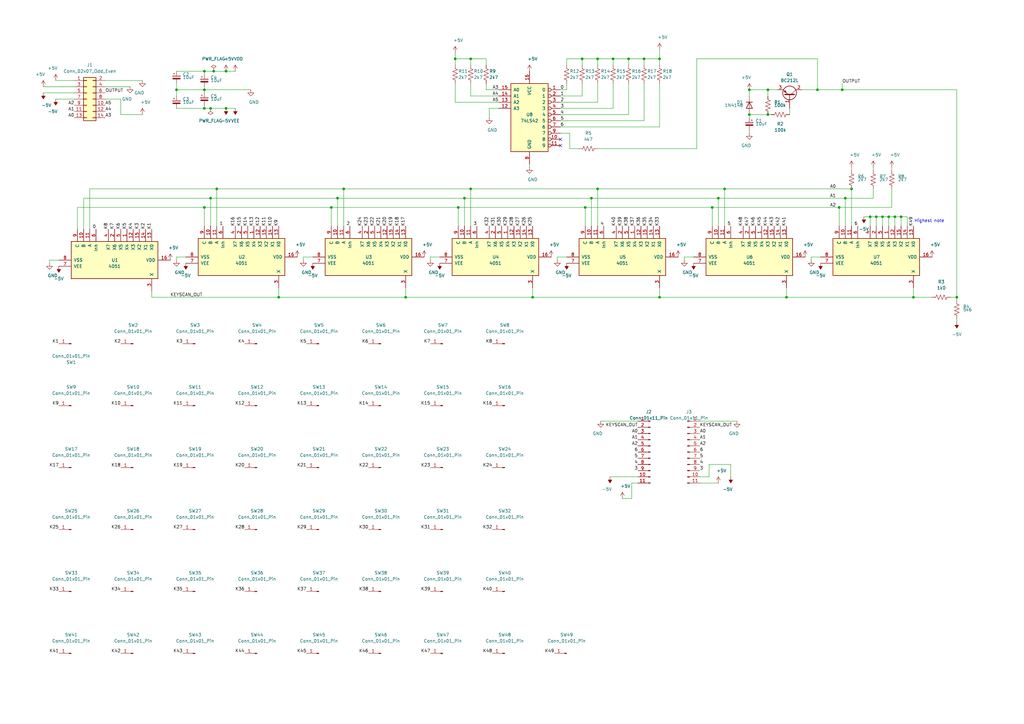
<source format=kicad_sch>
(kicad_sch (version 20230121) (generator eeschema)
  (paper "A3")
  (junction (at 314.96 36.83))
  (junction (at 193.04 24.13))
  (junction (at 83.82 85.09))
  (junction (at 245.11 24.13))
  (junction (at 72.39 36.83))
  (junction (at 392.43 121.92))
  (junction (at 187.96 85.09))
  (junction (at 335.28 36.83))
  (junction (at 138.43 81.28))
  (junction (at 349.25 77.47))
  (junction (at 257.81 24.13))
  (junction (at 364.49 88.9))
  (junction (at 92.71 29.21))
  (junction (at 83.82 29.21))
  (junction (at 186.69 24.13))
  (junction (at 114.3 121.92))
  (junction (at 83.82 44.45))
  (junction (at 86.36 44.45))
  (junction (at 346.71 81.28))
  (junction (at 307.34 36.83))
  (junction (at 190.5 81.28))
  (junction (at 322.58 121.92))
  (junction (at 314.96 46.99))
  (junction (at 367.03 88.9))
  (junction (at 83.82 36.83))
  (junction (at 238.76 24.13))
  (junction (at 307.34 46.99))
  (junction (at 242.57 81.28))
  (junction (at 344.17 85.09))
  (junction (at 218.44 121.92))
  (junction (at 369.57 88.9))
  (junction (at 356.87 88.9))
  (junction (at 140.97 77.47))
  (junction (at 264.16 24.13))
  (junction (at 270.51 121.92))
  (junction (at 245.11 77.47))
  (junction (at 292.1 85.09))
  (junction (at 135.89 85.09))
  (junction (at 270.51 24.13))
  (junction (at 87.63 29.21))
  (junction (at 361.95 88.9))
  (junction (at 359.41 88.9))
  (junction (at 92.71 44.45))
  (junction (at 345.44 36.83))
  (junction (at 297.18 77.47))
  (junction (at 86.36 81.28))
  (junction (at 193.04 77.47))
  (junction (at 294.64 81.28))
  (junction (at 88.9 77.47))
  (junction (at 240.03 85.09))
  (junction (at 251.46 24.13))
  (junction (at 374.65 121.92))
  (junction (at 166.37 121.92))
  (no_connect (at 229.87 59.69))
  (no_connect (at 229.87 57.15))
  (wire (pts (xy 229.87 36.83) (xy 232.41 36.83)))
  (wire (pts (xy 86.36 44.45) (xy 83.82 44.45)))
  (wire (pts (xy 200.66 44.45) (xy 200.66 48.26)))
  (wire (pts (xy 346.71 81.28) (xy 346.71 92.71)))
  (wire (pts (xy 245.11 77.47) (xy 193.04 77.47)))
  (wire (pts (xy 62.23 121.92) (xy 114.3 121.92)))
  (wire (pts (xy 257.81 24.13) (xy 264.16 24.13)))
  (wire (pts (xy 232.41 24.13) (xy 238.76 24.13)))
  (wire (pts (xy 34.29 81.28) (xy 86.36 81.28)))
  (wire (pts (xy 36.83 77.47) (xy 36.83 93.98)))
  (wire (pts (xy 365.76 77.47) (xy 365.76 85.09)))
  (wire (pts (xy 358.14 68.58) (xy 358.14 69.85)))
  (wire (pts (xy 290.83 190.5) (xy 299.72 190.5)))
  (wire (pts (xy 264.16 34.29) (xy 264.16 49.53)))
  (wire (pts (xy 138.43 81.28) (xy 138.43 92.71)))
  (wire (pts (xy 251.46 34.29) (xy 251.46 44.45)))
  (wire (pts (xy 270.51 20.32) (xy 270.51 24.13)))
  (wire (pts (xy 372.11 92.71) (xy 372.11 88.9)))
  (wire (pts (xy 335.28 24.13) (xy 335.28 36.83)))
  (wire (pts (xy 364.49 92.71) (xy 364.49 88.9)))
  (wire (pts (xy 86.36 81.28) (xy 138.43 81.28)))
  (wire (pts (xy 43.18 33.02) (xy 58.42 33.02)))
  (wire (pts (xy 49.53 46.99) (xy 58.42 46.99)))
  (wire (pts (xy 204.47 36.83) (xy 199.39 36.83)))
  (wire (pts (xy 270.51 121.92) (xy 322.58 121.92)))
  (wire (pts (xy 356.87 88.9) (xy 359.41 88.9)))
  (wire (pts (xy 251.46 24.13) (xy 257.81 24.13)))
  (wire (pts (xy 251.46 44.45) (xy 229.87 44.45)))
  (wire (pts (xy 72.39 106.68) (xy 72.39 105.41)))
  (wire (pts (xy 217.17 68.58) (xy 217.17 67.31)))
  (wire (pts (xy 242.57 81.28) (xy 294.64 81.28)))
  (wire (pts (xy 292.1 85.09) (xy 344.17 85.09)))
  (wire (pts (xy 365.76 68.58) (xy 365.76 69.85)))
  (wire (pts (xy 83.82 85.09) (xy 135.89 85.09)))
  (wire (pts (xy 318.77 36.83) (xy 314.96 36.83)))
  (wire (pts (xy 72.39 105.41) (xy 76.2 105.41)))
  (wire (pts (xy 135.89 85.09) (xy 187.96 85.09)))
  (wire (pts (xy 186.69 41.91) (xy 186.69 34.29)))
  (wire (pts (xy 392.43 123.19) (xy 392.43 121.92)))
  (wire (pts (xy 87.63 29.21) (xy 83.82 29.21)))
  (wire (pts (xy 307.34 54.61) (xy 307.34 53.34)))
  (wire (pts (xy 83.82 29.21) (xy 72.39 29.21)))
  (wire (pts (xy 374.65 121.92) (xy 374.65 118.11)))
  (wire (pts (xy 264.16 24.13) (xy 270.51 24.13)))
  (wire (pts (xy 238.76 39.37) (xy 229.87 39.37)))
  (wire (pts (xy 124.46 105.41) (xy 128.27 105.41)))
  (wire (pts (xy 43.18 40.64) (xy 49.53 40.64)))
  (wire (pts (xy 345.44 34.29) (xy 345.44 36.83)))
  (wire (pts (xy 83.82 35.56) (xy 83.82 36.83)))
  (wire (pts (xy 356.87 88.9) (xy 354.33 88.9)))
  (wire (pts (xy 251.46 26.67) (xy 251.46 24.13)))
  (wire (pts (xy 72.39 34.29) (xy 72.39 36.83)))
  (wire (pts (xy 31.75 93.98) (xy 31.75 85.09)))
  (wire (pts (xy 257.81 46.99) (xy 257.81 34.29)))
  (wire (pts (xy 193.04 26.67) (xy 193.04 24.13)))
  (wire (pts (xy 245.11 60.96) (xy 285.75 60.96)))
  (wire (pts (xy 307.34 48.26) (xy 307.34 46.99)))
  (wire (pts (xy 138.43 81.28) (xy 190.5 81.28)))
  (wire (pts (xy 285.75 24.13) (xy 285.75 60.96)))
  (wire (pts (xy 367.03 92.71) (xy 367.03 88.9)))
  (wire (pts (xy 365.76 85.09) (xy 344.17 85.09)))
  (wire (pts (xy 245.11 77.47) (xy 245.11 92.71)))
  (wire (pts (xy 218.44 121.92) (xy 270.51 121.92)))
  (wire (pts (xy 257.81 26.67) (xy 257.81 24.13)))
  (wire (pts (xy 246.38 172.72) (xy 261.62 172.72)))
  (wire (pts (xy 228.6 105.41) (xy 232.41 105.41)))
  (wire (pts (xy 17.78 38.1) (xy 30.48 38.1)))
  (wire (pts (xy 49.53 40.64) (xy 49.53 46.99)))
  (wire (pts (xy 280.67 106.68) (xy 280.67 105.41)))
  (wire (pts (xy 346.71 81.28) (xy 358.14 81.28)))
  (wire (pts (xy 190.5 81.28) (xy 190.5 92.71)))
  (wire (pts (xy 285.75 24.13) (xy 335.28 24.13)))
  (wire (pts (xy 359.41 92.71) (xy 359.41 88.9)))
  (wire (pts (xy 83.82 36.83) (xy 83.82 38.1)))
  (wire (pts (xy 316.23 46.99) (xy 314.96 46.99)))
  (wire (pts (xy 242.57 81.28) (xy 242.57 92.71)))
  (wire (pts (xy 367.03 88.9) (xy 369.57 88.9)))
  (wire (pts (xy 314.96 39.37) (xy 314.96 36.83)))
  (wire (pts (xy 356.87 92.71) (xy 356.87 88.9)))
  (wire (pts (xy 190.5 81.28) (xy 242.57 81.28)))
  (wire (pts (xy 344.17 85.09) (xy 344.17 92.71)))
  (wire (pts (xy 240.03 85.09) (xy 240.03 92.71)))
  (wire (pts (xy 369.57 88.9) (xy 372.11 88.9)))
  (wire (pts (xy 176.53 106.68) (xy 176.53 105.41)))
  (wire (pts (xy 176.53 105.41) (xy 180.34 105.41)))
  (wire (pts (xy 34.29 93.98) (xy 34.29 81.28)))
  (wire (pts (xy 62.23 119.38) (xy 62.23 121.92)))
  (wire (pts (xy 238.76 24.13) (xy 245.11 24.13)))
  (wire (pts (xy 287.02 172.72) (xy 302.26 172.72)))
  (wire (pts (xy 237.49 60.96) (xy 233.68 60.96)))
  (wire (pts (xy 233.68 54.61) (xy 229.87 54.61)))
  (wire (pts (xy 349.25 77.47) (xy 297.18 77.47)))
  (wire (pts (xy 359.41 88.9) (xy 361.95 88.9)))
  (wire (pts (xy 140.97 77.47) (xy 88.9 77.47)))
  (wire (pts (xy 238.76 34.29) (xy 238.76 39.37)))
  (wire (pts (xy 287.02 198.12) (xy 294.64 198.12)))
  (wire (pts (xy 193.04 77.47) (xy 193.04 92.71)))
  (wire (pts (xy 96.52 44.45) (xy 92.71 44.45)))
  (wire (pts (xy 307.34 36.83) (xy 307.34 39.37)))
  (wire (pts (xy 369.57 92.71) (xy 369.57 88.9)))
  (wire (pts (xy 332.74 106.68) (xy 332.74 105.41)))
  (wire (pts (xy 332.74 105.41) (xy 336.55 105.41)))
  (wire (pts (xy 114.3 121.92) (xy 166.37 121.92)))
  (wire (pts (xy 392.43 121.92) (xy 392.43 36.83)))
  (wire (pts (xy 92.71 44.45) (xy 86.36 44.45)))
  (wire (pts (xy 297.18 77.47) (xy 297.18 92.71)))
  (wire (pts (xy 229.87 41.91) (xy 245.11 41.91)))
  (wire (pts (xy 238.76 26.67) (xy 238.76 24.13)))
  (wire (pts (xy 294.64 81.28) (xy 346.71 81.28)))
  (wire (pts (xy 96.52 29.21) (xy 92.71 29.21)))
  (wire (pts (xy 92.71 29.21) (xy 87.63 29.21)))
  (wire (pts (xy 186.69 24.13) (xy 193.04 24.13)))
  (wire (pts (xy 83.82 30.48) (xy 83.82 29.21)))
  (wire (pts (xy 204.47 39.37) (xy 193.04 39.37)))
  (wire (pts (xy 229.87 46.99) (xy 257.81 46.99)))
  (wire (pts (xy 314.96 36.83) (xy 307.34 36.83)))
  (wire (pts (xy 186.69 21.59) (xy 186.69 24.13)))
  (wire (pts (xy 250.19 195.58) (xy 261.62 195.58)))
  (wire (pts (xy 322.58 121.92) (xy 374.65 121.92)))
  (wire (pts (xy 135.89 85.09) (xy 135.89 92.71)))
  (wire (pts (xy 233.68 54.61) (xy 233.68 60.96)))
  (wire (pts (xy 204.47 41.91) (xy 186.69 41.91)))
  (wire (pts (xy 22.86 40.64) (xy 30.48 40.64)))
  (wire (pts (xy 255.27 204.47) (xy 259.08 204.47)))
  (wire (pts (xy 270.51 52.07) (xy 270.51 34.29)))
  (wire (pts (xy 72.39 36.83) (xy 83.82 36.83)))
  (wire (pts (xy 193.04 39.37) (xy 193.04 34.29)))
  (wire (pts (xy 392.43 132.08) (xy 392.43 130.81)))
  (wire (pts (xy 280.67 105.41) (xy 284.48 105.41)))
  (wire (pts (xy 218.44 118.11) (xy 218.44 121.92)))
  (wire (pts (xy 166.37 118.11) (xy 166.37 121.92)))
  (wire (pts (xy 361.95 92.71) (xy 361.95 88.9)))
  (wire (pts (xy 88.9 77.47) (xy 36.83 77.47)))
  (wire (pts (xy 43.18 35.56) (xy 53.34 35.56)))
  (wire (pts (xy 345.44 36.83) (xy 392.43 36.83)))
  (wire (pts (xy 20.32 106.68) (xy 24.13 106.68)))
  (wire (pts (xy 186.69 26.67) (xy 186.69 24.13)))
  (wire (pts (xy 88.9 77.47) (xy 88.9 92.71)))
  (wire (pts (xy 83.82 44.45) (xy 72.39 44.45)))
  (wire (pts (xy 245.11 41.91) (xy 245.11 34.29)))
  (wire (pts (xy 259.08 204.47) (xy 259.08 198.12)))
  (wire (pts (xy 292.1 85.09) (xy 292.1 92.71)))
  (wire (pts (xy 20.32 107.95) (xy 20.32 106.68)))
  (wire (pts (xy 299.72 190.5) (xy 299.72 195.58)))
  (wire (pts (xy 114.3 118.11) (xy 114.3 121.92)))
  (wire (pts (xy 322.58 118.11) (xy 322.58 121.92)))
  (wire (pts (xy 22.86 33.02) (xy 30.48 33.02)))
  (wire (pts (xy 166.37 121.92) (xy 218.44 121.92)))
  (wire (pts (xy 199.39 36.83) (xy 199.39 34.29)))
  (wire (pts (xy 349.25 92.71) (xy 349.25 77.47)))
  (wire (pts (xy 382.27 121.92) (xy 374.65 121.92)))
  (wire (pts (xy 349.25 68.58) (xy 349.25 69.85)))
  (wire (pts (xy 83.82 43.18) (xy 83.82 44.45)))
  (wire (pts (xy 245.11 24.13) (xy 251.46 24.13)))
  (wire (pts (xy 335.28 36.83) (xy 328.93 36.83)))
  (wire (pts (xy 290.83 195.58) (xy 290.83 190.5)))
  (wire (pts (xy 187.96 85.09) (xy 240.03 85.09)))
  (wire (pts (xy 193.04 24.13) (xy 199.39 24.13)))
  (wire (pts (xy 86.36 81.28) (xy 86.36 92.71)))
  (wire (pts (xy 83.82 85.09) (xy 83.82 92.71)))
  (wire (pts (xy 314.96 46.99) (xy 307.34 46.99)))
  (wire (pts (xy 270.51 24.13) (xy 270.51 26.67)))
  (wire (pts (xy 358.14 81.28) (xy 358.14 77.47)))
  (wire (pts (xy 140.97 77.47) (xy 140.97 92.71)))
  (wire (pts (xy 232.41 26.67) (xy 232.41 24.13)))
  (wire (pts (xy 364.49 88.9) (xy 367.03 88.9)))
  (wire (pts (xy 30.48 35.56) (xy 17.78 35.56)))
  (wire (pts (xy 240.03 85.09) (xy 292.1 85.09)))
  (wire (pts (xy 294.64 81.28) (xy 294.64 92.71)))
  (wire (pts (xy 270.51 118.11) (xy 270.51 121.92)))
  (wire (pts (xy 323.85 46.99) (xy 323.85 44.45)))
  (wire (pts (xy 297.18 77.47) (xy 245.11 77.47)))
  (wire (pts (xy 187.96 85.09) (xy 187.96 92.71)))
  (wire (pts (xy 345.44 36.83) (xy 335.28 36.83)))
  (wire (pts (xy 245.11 26.67) (xy 245.11 24.13)))
  (wire (pts (xy 83.82 36.83) (xy 102.87 36.83)))
  (wire (pts (xy 31.75 85.09) (xy 83.82 85.09)))
  (wire (pts (xy 193.04 77.47) (xy 140.97 77.47)))
  (wire (pts (xy 361.95 88.9) (xy 364.49 88.9)))
  (wire (pts (xy 228.6 106.68) (xy 228.6 105.41)))
  (wire (pts (xy 264.16 26.67) (xy 264.16 24.13)))
  (wire (pts (xy 264.16 49.53) (xy 229.87 49.53)))
  (wire (pts (xy 287.02 195.58) (xy 290.83 195.58)))
  (wire (pts (xy 259.08 198.12) (xy 261.62 198.12)))
  (wire (pts (xy 72.39 36.83) (xy 72.39 39.37)))
  (wire (pts (xy 124.46 106.68) (xy 124.46 105.41)))
  (wire (pts (xy 199.39 24.13) (xy 199.39 26.67)))
  (wire (pts (xy 392.43 121.92) (xy 389.89 121.92)))
  (wire (pts (xy 229.87 52.07) (xy 270.51 52.07)))
  (wire (pts (xy 204.47 44.45) (xy 200.66 44.45)))
  (wire (pts (xy 232.41 36.83) (xy 232.41 34.29)))
  (text "Highest note" (at 387.35 91.44 0) (effects (font (size 1.27 1.27)) (justify right bottom)))
  (label "K2" (at 59.69 93.98 90))
  (label "A0" (at 30.48 48.26 180))
  (label "3" (at 229.87 44.45 0))
  (label "K23" (at 176.53 191.77 180))
  (label "K45" (at 312.42 92.71 90))
  (label "K3" (at 74.93 140.97 180))
  (label "K26" (at 49.53 217.17 180))
  (label "K17" (at 166.37 92.71 90))
  (label "K42" (at 320.04 92.71 90))
  (label "K47" (at 176.53 267.97 180))
  (label "6" (at 287.02 185.42 0))
  (label "K34" (at 49.53 242.57 180))
  (label "K35" (at 265.43 92.71 90))
  (label "K6" (at 151.13 140.97 180))
  (label "A2" (at 30.48 43.18 180))
  (label "K5" (at 125.73 140.97 180))
  (label "K22" (at 153.67 92.71 90))
  (label "6" (at 351.79 92.71 180))
  (label "1" (at 91.44 92.71 180))
  (label "K1" (at 62.23 93.98 90))
  (label "K41" (at 24.13 267.97 180))
  (label "OUTPUT" (at 43.18 38.1 0))
  (label "4" (at 229.87 46.99 0))
  (label "K9" (at 24.13 166.37 180))
  (label "A0" (at 340.36 77.47 0))
  (label "KEYSCAN_OUT" (at 69.85 121.92 0))
  (label "1" (at 229.87 39.37 0))
  (label "KEYSCAN_OUT" (at 261.62 175.26 180))
  (label "4" (at 261.62 190.5 180))
  (label "K46" (at 309.88 92.71 90))
  (label "K10" (at 111.76 92.71 90))
  (label "3" (at 287.02 193.04 0))
  (label "K46" (at 151.13 267.97 180))
  (label "K39" (at 176.53 242.57 180))
  (label "A0" (at 287.02 177.8 0))
  (label "K28" (at 210.82 92.71 90))
  (label "K31" (at 176.53 217.17 180))
  (label "K34" (at 267.97 92.71 90))
  (label "K13" (at 125.73 166.37 180))
  (label "K37" (at 260.35 92.71 90))
  (label "K30" (at 205.74 92.71 90))
  (label "4" (at 287.02 190.5 0))
  (label "K11" (at 74.93 166.37 180))
  (label "K15" (at 99.06 92.71 90))
  (label "6" (at 261.62 185.42 180))
  (label "3" (at 261.62 193.04 180))
  (label "K28" (at 100.33 217.17 180))
  (label "K37" (at 125.73 242.57 180))
  (label "K49" (at 374.65 92.71 90))
  (label "K6" (at 49.53 93.98 90))
  (label "KEYSCAN_OUT" (at 287.02 175.26 0))
  (label "A4" (at 43.18 45.72 0))
  (label "K40" (at 201.93 242.57 180))
  (label "K25" (at 24.13 217.17 180))
  (label "K29" (at 125.73 217.17 180))
  (label "K7" (at 46.99 93.98 90))
  (label "K7" (at 176.53 140.97 180))
  (label "K32" (at 200.66 92.71 90))
  (label "K36" (at 100.33 242.57 180))
  (label "K16" (at 201.93 166.37 180))
  (label "K22" (at 151.13 191.77 180))
  (label "K8" (at 44.45 93.98 90))
  (label "A1" (at 30.48 45.72 180))
  (label "K26" (at 215.9 92.71 90))
  (label "K21" (at 125.73 191.77 180))
  (label "A5" (at 204.47 41.91 180))
  (label "A0" (at 261.62 177.8 180))
  (label "5" (at 299.72 92.71 180))
  (label "K29" (at 208.28 92.71 90))
  (label "K38" (at 257.81 92.71 90))
  (label "K20" (at 158.75 92.71 90))
  (label "K20" (at 100.33 191.77 180))
  (label "K17" (at 24.13 191.77 180))
  (label "K10" (at 49.53 166.37 180))
  (label "0" (at 229.87 36.83 0))
  (label "K24" (at 148.59 92.71 90))
  (label "K23" (at 151.13 92.71 90))
  (label "A1" (at 261.62 180.34 180))
  (label "K49" (at 227.33 267.97 180))
  (label "K48" (at 201.93 267.97 180))
  (label "K15" (at 176.53 166.37 180))
  (label "K2" (at 49.53 140.97 180))
  (label "K3" (at 57.15 93.98 90))
  (label "K12" (at 100.33 166.37 180))
  (label "K33" (at 270.51 92.71 90))
  (label "K4" (at 54.61 93.98 90))
  (label "K43" (at 317.5 92.71 90))
  (label "A3" (at 43.18 48.26 0))
  (label "K41" (at 322.58 92.71 90))
  (label "K25" (at 218.44 92.71 90))
  (label "K14" (at 101.6 92.71 90))
  (label "K35" (at 74.93 242.57 180))
  (label "OUTPUT" (at 345.44 34.29 0))
  (label "A2" (at 287.02 182.88 0))
  (label "K44" (at 100.33 267.97 180))
  (label "A3" (at 204.47 36.83 180))
  (label "K11" (at 109.22 92.71 90))
  (label "K14" (at 151.13 166.37 180))
  (label "K32" (at 201.93 217.17 180))
  (label "6" (at 229.87 52.07 0))
  (label "2" (at 229.87 41.91 0))
  (label "K45" (at 125.73 267.97 180))
  (label "K12" (at 106.68 92.71 90))
  (label "K8" (at 201.93 140.97 180))
  (label "A2" (at 261.62 182.88 180))
  (label "K27" (at 213.36 92.71 90))
  (label "K18" (at 163.83 92.71 90))
  (label "K1" (at 24.13 140.97 180))
  (label "K19" (at 161.29 92.71 90))
  (label "K21" (at 156.21 92.71 90))
  (label "2" (at 143.51 92.71 180))
  (label "K19" (at 74.93 191.77 180))
  (label "3" (at 195.58 92.71 180))
  (label "K31" (at 203.2 92.71 90))
  (label "K4" (at 100.33 140.97 180))
  (label "K38" (at 151.13 242.57 180))
  (label "K47" (at 307.34 92.71 90))
  (label "4" (at 247.65 92.71 180))
  (label "K30" (at 151.13 217.17 180))
  (label "K39" (at 255.27 92.71 90))
  (label "5" (at 229.87 49.53 0))
  (label "K27" (at 74.93 217.17 180))
  (label "K43" (at 74.93 267.97 180))
  (label "K40" (at 252.73 92.71 90))
  (label "A4" (at 204.47 39.37 180))
  (label "K13" (at 104.14 92.71 90))
  (label "K48" (at 304.8 92.71 90))
  (label "K33" (at 24.13 242.57 180))
  (label "K44" (at 314.96 92.71 90))
  (label "A2" (at 340.36 85.09 0))
  (label "5" (at 287.02 187.96 0))
  (label "5" (at 261.62 187.96 180))
  (label "A1" (at 340.36 81.28 0))
  (label "A1" (at 287.02 180.34 0))
  (label "K36" (at 262.89 92.71 90))
  (label "0" (at 39.37 93.98 180))
  (label "K16" (at 96.52 92.71 90))
  (label "K5" (at 52.07 93.98 90))
  (label "K24" (at 201.93 191.77 180))
  (label "K18" (at 49.53 191.77 180))
  (label "K9" (at 114.3 92.71 90))
  (label "A5" (at 43.18 43.18 0))
  (label "K42" (at 49.53 267.97 180))
  (symbol (lib_id "Connector_Generic:Conn_02x07_Odd_Even") (at 35.56 40.64 0) (unit 1)
    (property "Reference" "J1" (at 36.83 26.67 0))
    (property "Value" "Conn_02x07_Odd_Even" (at 36.83 29.21 0))
    (property "Footprint" "Connector_PinHeader_2.54mm:PinHeader_2x07_P2.54mm_Vertical" (effects hide))
  )
  (symbol (lib_id "power:+5V") (at 22.86 33.02 0) (mirror y) (unit 1)
    (property "Reference" "#PWR0101" (effects hide))
    (property "Value" "+5V" (at 21.59 27.94 0))
  )
  (symbol (lib_id "power:+5V") (at 17.78 35.56 0) (mirror y) (unit 1)
    (property "Reference" "#PWR0102" (effects hide))
    (property "Value" "+5V" (at 16.51 30.48 0))
  )
  (symbol (lib_id "power:-5V") (at 17.78 38.1 0) (mirror x) (unit 1)
    (property "Reference" "#PWR0103" (effects hide))
    (property "Value" "-5V" (at 19.05 43.18 0))
  )
  (symbol (lib_id "power:-5V") (at 22.86 40.64 180) (unit 1)
    (property "Reference" "#PWR0104" (effects hide))
    (property "Value" "-5V" (at 21.59 45.72 0))
  )
  (symbol (lib_id "power:+5V") (at 58.42 46.99 0) (unit 1)
    (property "Reference" "#PWR0105" (effects hide))
    (property "Value" "+5V" (at 59.69 41.91 0))
  )
  (symbol (lib_id "power:GND") (at 58.42 33.02 0) (mirror y) (unit 1)
    (property "Reference" "#PWR0106" (effects hide))
    (property "Value" "GND" (at 57.15 38.1 0))
  )
  (symbol (lib_id "power:GND") (at 53.34 35.56 0) (mirror y) (unit 1)
    (property "Reference" "#PWR0107" (effects hide))
    (property "Value" "GND" (at 52.07 40.64 0))
  )
  (symbol (lib_id "Device:C_Polarized_Small") (at 72.39 31.75 0) (unit 1)
    (property "Reference" "C2" (at 74.93 30.48 0) (effects (justify left)))
    (property "Value" "10uF" (at 74.93 31.75 0) (effects (justify left)))
    (property "Footprint" "Capacitor_THT:CP_Radial_D5.0mm_P2.00mm" (effects hide))
  )
  (symbol (lib_id "Device:C_Polarized_Small") (at 72.39 41.91 0) (unit 1)
    (property "Reference" "C3" (at 74.93 40.64 0) (effects (justify left)))
    (property "Value" "10uF" (at 74.93 41.91 0) (effects (justify left)))
    (property "Footprint" "Capacitor_THT:CP_Radial_D5.0mm_P2.00mm" (effects hide))
  )
  (symbol (lib_id "Device:C_Polarized_Small") (at 83.82 33.02 0) (unit 1)
    (property "Reference" "C4" (at 86.36 31.75 0) (effects (justify left)))
    (property "Value" "10uF" (at 86.36 33.02 0) (effects (justify left)))
    (property "Footprint" "Capacitor_THT:CP_Radial_D5.0mm_P2.00mm" (effects hide))
  )
  (symbol (lib_id "Device:C_Polarized_Small") (at 83.82 40.64 0) (unit 1)
    (property "Reference" "C5" (at 86.36 39.37 0) (effects (justify left)))
    (property "Value" "10uF" (at 86.36 40.64 0) (effects (justify left)))
    (property "Footprint" "Capacitor_THT:CP_Radial_D5.0mm_P2.00mm" (effects hide))
  )
  (symbol (lib_id "power:-5V") (at 92.71 44.45 180) (unit 1)
    (property "Reference" "#PWR0108" (effects hide))
    (property "Value" "-5V" (at 92.71 49.53 0))
  )
  (symbol (lib_id "power:+5V") (at 92.71 29.21 0) (unit 1)
    (property "Reference" "#PWR0109" (effects hide))
    (property "Value" "+5V" (at 93.98 24.13 0))
  )
  (symbol (lib_id "power:GND") (at 102.87 36.83 0) (unit 1)
    (property "Reference" "#PWR0110" (effects hide))
    (property "Value" "GND" (at 104.14 41.91 0))
  )
  (symbol (lib_id "power:VDD") (at 96.52 29.21 0) (unit 1)
    (property "Reference" "#PWR0111" (effects hide))
    (property "Value" "VDD" (at 97.79 24.13 0))
  )
  (symbol (lib_id "power:PWR_FLAG") (at 87.63 29.21 0) (unit 1)
    (property "Reference" "#FLG0101" (effects hide))
    (property "Value" "PWR_FLAG" (at 87.63 24.13 0))
  )
  (symbol (lib_id "power:VEE") (at 96.52 44.45 180) (unit 1)
    (property "Reference" "#PWR0112" (effects hide))
    (property "Value" "VEE" (at 96.52 49.53 0))
  )
  (symbol (lib_id "power:PWR_FLAG") (at 86.36 44.45 180) (unit 1)
    (property "Reference" "#FLG0102" (effects hide))
    (property "Value" "PWR_FLAG" (at 86.36 49.53 0))
  )
  (symbol (lib_id "4xxx:4051") (at 46.99 106.68 270) (unit 1)
    (property "Reference" "U1" (at 45.72 106.68 90) (effects (justify left)))
    (property "Value" "4051" (at 44.45 109.22 90) (effects (justify left)))
    (property "Footprint" "Package_DIP:DIP-16_W7.62mm_Socket" (effects hide))
    (property "Datasheet" "http://www.intersil.com/content/dam/Intersil/documents/cd40/cd4051bms-52bms-53bms.pdf" (effects hide))
  )
  (symbol (lib_id "74xx:74LS42") (at 217.17 46.99 0) (unit 1)
    (property "Reference" "U8" (at 217.17 46.99 0))
    (property "Value" "74LS42" (at 217.17 49.53 0))
    (property "Footprint" "Package_DIP:DIP-16_W7.62mm_Socket" (effects hide))
    (property "Datasheet" "http://www.ti.com/lit/gpn/sn74LS42" (effects hide))
  )
  (symbol (lib_id "Device:Q_PNP_BCE") (at 323.85 39.37 270) (mirror x) (unit 1)
    (property "Reference" "Q1" (at 323.85 30.48 90))
    (property "Value" "BC212L" (at 323.85 33.02 90))
    (property "Footprint" "Package_TO_SOT_THT:TO-92L_Inline_Wide" (effects hide))
  )
  (symbol (lib_id "Diode:1N4148") (at 307.34 43.18 270) (unit 1)
    (property "Reference" "D1" (at 304.8 41.91 90) (effects (justify right)))
    (property "Value" "1N4148" (at 304.8 43.18 90) (effects (justify right)))
    (property "Footprint" "Diode_THT:D_DO-35_SOD27_P7.62mm_Horizontal" (effects hide))
    (property "Datasheet" "https://assets.nexperia.com/documents/data-sheet/1N4148_1N4448.pdf" (effects hide))
  )
  (symbol (lib_id "Device:R_US") (at 314.96 43.18 180) (unit 1)
    (property "Reference" "R1" (at 317.5 41.91 0) (effects (justify right)))
    (property "Value" "100k" (at 317.5 43.18 0) (effects (justify right)))
    (property "Footprint" "Resistor_THT:R_Axial_DIN0309_L9.0mm_D3.2mm_P12.70mm_Horizontal" (effects hide))
  )
  (symbol (lib_id "Device:R_US") (at 320.04 46.99 90) (unit 1)
    (property "Reference" "R2" (at 320.04 50.8 90))
    (property "Value" "100k" (at 320.04 53.34 90))
    (property "Footprint" "Resistor_THT:R_Axial_DIN0309_L9.0mm_D3.2mm_P12.70mm_Horizontal" (effects hide))
  )
  (symbol (lib_id "Device:R_US") (at 386.08 121.92 270) (unit 1)
    (property "Reference" "R3" (at 386.08 115.57 90))
    (property "Value" "1k0" (at 386.08 118.11 90))
    (property "Footprint" "Resistor_THT:R_Axial_DIN0309_L9.0mm_D3.2mm_P12.70mm_Horizontal" (effects hide))
  )
  (symbol (lib_id "Device:R_US") (at 392.43 127 0) (unit 1)
    (property "Reference" "R4" (at 394.97 125.73 0) (effects (justify left)))
    (property "Value" "5k6" (at 394.97 127 0) (effects (justify left)))
    (property "Footprint" "Resistor_THT:R_Axial_DIN0309_L9.0mm_D3.2mm_P25.40mm_Horizontal" (effects hide))
  )
  (symbol (lib_id "Device:R_US") (at 241.3 60.96 270) (unit 1)
    (property "Reference" "R5" (at 241.3 54.61 90))
    (property "Value" "4k7" (at 241.3 57.15 90))
    (property "Footprint" "Resistor_THT:R_Axial_DIN0309_L9.0mm_D3.2mm_P12.70mm_Horizontal" (effects hide))
  )
  (symbol (lib_id "Device:R_US") (at 349.25 73.66 0) (unit 1)
    (property "Reference" "R6" (at 351.79 72.39 0) (effects (justify left)))
    (property "Value" "2k7" (at 351.79 73.66 0) (effects (justify left)))
    (property "Footprint" "Resistor_THT:R_Axial_DIN0309_L9.0mm_D3.2mm_P12.70mm_Horizontal" (effects hide))
  )
  (symbol (lib_id "Device:R_US") (at 358.14 73.66 0) (unit 1)
    (property "Reference" "R7" (at 360.68 72.39 0) (effects (justify left)))
    (property "Value" "2k7" (at 360.68 73.66 0) (effects (justify left)))
    (property "Footprint" "Resistor_THT:R_Axial_DIN0309_L9.0mm_D3.2mm_P12.70mm_Horizontal" (effects hide))
  )
  (symbol (lib_id "Device:R_US") (at 365.76 73.66 0) (unit 1)
    (property "Reference" "R8" (at 368.3 72.39 0) (effects (justify left)))
    (property "Value" "2k7" (at 368.3 73.66 0) (effects (justify left)))
    (property "Footprint" "Resistor_THT:R_Axial_DIN0309_L9.0mm_D3.2mm_P12.70mm_Horizontal" (effects hide))
  )
  (symbol (lib_id "Device:R_US") (at 199.39 30.48 0) (unit 1)
    (property "Reference" "R9" (at 200.66 29.21 0) (effects (justify left)))
    (property "Value" "2k7" (at 200.66 31.75 0) (effects (justify left)))
    (property "Footprint" "Resistor_THT:R_Axial_DIN0309_L9.0mm_D3.2mm_P12.70mm_Horizontal" (effects hide))
  )
  (symbol (lib_id "Device:R_US") (at 193.04 30.48 0) (unit 1)
    (property "Reference" "R10" (at 194.31 29.21 0) (effects (justify left)))
    (property "Value" "2k7" (at 194.31 31.75 0) (effects (justify left)))
    (property "Footprint" "Resistor_THT:R_Axial_DIN0309_L9.0mm_D3.2mm_P12.70mm_Horizontal" (effects hide))
  )
  (symbol (lib_id "Device:R_US") (at 186.69 30.48 0) (unit 1)
    (property "Reference" "R11" (at 187.96 29.21 0) (effects (justify left)))
    (property "Value" "2k7" (at 187.96 31.75 0) (effects (justify left)))
    (property "Footprint" "Resistor_THT:R_Axial_DIN0309_L9.0mm_D3.2mm_P12.70mm_Horizontal" (effects hide))
  )
  (symbol (lib_id "Device:R_US") (at 232.41 30.48 0) (unit 1)
    (property "Reference" "R12" (at 233.68 29.21 0) (effects (justify left)))
    (property "Value" "2k7" (at 233.68 31.75 0) (effects (justify left)))
    (property "Footprint" "Resistor_THT:R_Axial_DIN0309_L9.0mm_D3.2mm_P12.70mm_Horizontal" (effects hide))
  )
  (symbol (lib_id "Device:R_US") (at 238.76 30.48 0) (unit 1)
    (property "Reference" "R13" (at 240.03 29.21 0) (effects (justify left)))
    (property "Value" "2k7" (at 240.03 31.75 0) (effects (justify left)))
    (property "Footprint" "Resistor_THT:R_Axial_DIN0309_L9.0mm_D3.2mm_P20.32mm_Horizontal" (effects hide))
  )
  (symbol (lib_id "Device:R_US") (at 245.11 30.48 0) (unit 1)
    (property "Reference" "R14" (at 246.38 29.21 0) (effects (justify left)))
    (property "Value" "2k7" (at 246.38 31.75 0) (effects (justify left)))
    (property "Footprint" "Resistor_THT:R_Axial_DIN0309_L9.0mm_D3.2mm_P20.32mm_Horizontal" (effects hide))
  )
  (symbol (lib_id "Device:R_US") (at 251.46 30.48 0) (unit 1)
    (property "Reference" "R15" (at 252.73 29.21 0) (effects (justify left)))
    (property "Value" "2k7" (at 252.73 31.75 0) (effects (justify left)))
    (property "Footprint" "Resistor_THT:R_Axial_DIN0309_L9.0mm_D3.2mm_P20.32mm_Horizontal" (effects hide))
  )
  (symbol (lib_id "Device:R_US") (at 257.81 30.48 0) (unit 1)
    (property "Reference" "R16" (at 259.08 29.21 0) (effects (justify left)))
    (property "Value" "2k7" (at 259.08 31.75 0) (effects (justify left)))
    (property "Footprint" "Resistor_THT:R_Axial_DIN0309_L9.0mm_D3.2mm_P20.32mm_Horizontal" (effects hide))
  )
  (symbol (lib_id "Device:R_US") (at 264.16 30.48 0) (unit 1)
    (property "Reference" "R17" (at 265.43 29.21 0) (effects (justify left)))
    (property "Value" "2k7" (at 265.43 31.75 0) (effects (justify left)))
    (property "Footprint" "Resistor_THT:R_Axial_DIN0309_L9.0mm_D3.2mm_P20.32mm_Horizontal" (effects hide))
  )
  (symbol (lib_id "Device:R_US") (at 270.51 30.48 0) (unit 1)
    (property "Reference" "R18" (at 271.78 29.21 0) (effects (justify left)))
    (property "Value" "2k7" (at 271.78 31.75 0) (effects (justify left)))
    (property "Footprint" "Resistor_THT:R_Axial_DIN0309_L9.0mm_D3.2mm_P20.32mm_Horizontal" (effects hide))
  )
  (symbol (lib_id "power:+5V") (at 270.51 20.32 0) (unit 1)
    (property "Reference" "#PWR0113" (effects hide))
    (property "Value" "+5V" (at 271.78 15.24 0))
  )
  (symbol (lib_id "power:GND") (at 200.66 48.26 0) (unit 1)
    (property "Reference" "#PWR0114" (effects hide))
    (property "Value" "GND" (at 201.93 53.34 0))
  )
  (symbol (lib_id "power:+5V") (at 217.17 29.21 0) (unit 1)
    (property "Reference" "#PWR0115" (effects hide))
    (property "Value" "+5V" (at 218.44 24.13 0))
  )
  (symbol (lib_id "power:GND") (at 217.17 68.58 0) (unit 1)
    (property "Reference" "#PWR0116" (effects hide))
    (property "Value" "GND" (at 218.44 73.66 0))
  )
  (symbol (lib_id "power:+5V") (at 186.69 21.59 0) (unit 1)
    (property "Reference" "#PWR0117" (effects hide))
    (property "Value" "+5V" (at 187.96 16.51 0))
  )
  (symbol (lib_id "Device:C_Polarized_Small") (at 307.34 50.8 0) (mirror y) (unit 1)
    (property "Reference" "C1" (at 309.88 49.53 0) (effects (justify right)))
    (property "Value" "10uF" (at 309.88 50.8 0) (effects (justify right)))
    (property "Footprint" "Capacitor_THT:CP_Radial_D5.0mm_P2.00mm" (effects hide))
  )
  (symbol (lib_id "power:GND") (at 307.34 54.61 0) (mirror y) (unit 1)
    (property "Reference" "#PWR0118" (effects hide))
    (property "Value" "GND" (at 306.07 59.69 0))
  )
  (symbol (lib_id "power:+5V") (at 307.34 36.83 0) (mirror y) (unit 1)
    (property "Reference" "#PWR0119" (effects hide))
    (property "Value" "+5V" (at 306.07 31.75 0))
  )
  (symbol (lib_id "4xxx:4051") (at 99.06 105.41 270) (unit 1)
    (property "Reference" "U2" (at 97.79 105.41 90) (effects (justify left)))
    (property "Value" "4051" (at 96.52 107.95 90) (effects (justify left)))
    (property "Footprint" "Package_DIP:DIP-16_W7.62mm_Socket" (effects hide))
    (property "Datasheet" "http://www.intersil.com/content/dam/Intersil/documents/cd40/cd4051bms-52bms-53bms.pdf" (effects hide))
  )
  (symbol (lib_id "4xxx:4051") (at 255.27 105.41 270) (unit 1)
    (property "Reference" "U5" (at 254 105.41 90) (effects (justify left)))
    (property "Value" "4051" (at 252.73 107.95 90) (effects (justify left)))
    (property "Footprint" "Package_DIP:DIP-16_W7.62mm_Socket" (effects hide))
    (property "Datasheet" "http://www.intersil.com/content/dam/Intersil/documents/cd40/cd4051bms-52bms-53bms.pdf" (effects hide))
  )
  (symbol (lib_id "4xxx:4051") (at 307.34 105.41 270) (unit 1)
    (property "Reference" "U6" (at 306.07 105.41 90) (effects (justify left)))
    (property "Value" "4051" (at 304.8 107.95 90) (effects (justify left)))
    (property "Footprint" "Package_DIP:DIP-16_W7.62mm_Socket" (effects hide))
    (property "Datasheet" "http://www.intersil.com/content/dam/Intersil/documents/cd40/cd4051bms-52bms-53bms.pdf" (effects hide))
  )
  (symbol (lib_id "4xxx:4051") (at 151.13 105.41 270) (unit 1)
    (property "Reference" "U3" (at 149.86 105.41 90) (effects (justify left)))
    (property "Value" "4051" (at 148.59 107.95 90) (effects (justify left)))
    (property "Footprint" "Package_DIP:DIP-16_W7.62mm_Socket" (effects hide))
    (property "Datasheet" "http://www.intersil.com/content/dam/Intersil/documents/cd40/cd4051bms-52bms-53bms.pdf" (effects hide))
  )
  (symbol (lib_id "4xxx:4051") (at 359.41 105.41 270) (unit 1)
    (property "Reference" "U7" (at 358.14 105.41 90) (effects (justify left)))
    (property "Value" "4051" (at 356.87 107.95 90) (effects (justify left)))
    (property "Footprint" "Package_DIP:DIP-16_W7.62mm_Socket" (effects hide))
    (property "Datasheet" "http://www.intersil.com/content/dam/Intersil/documents/cd40/cd4051bms-52bms-53bms.pdf" (effects hide))
  )
  (symbol (lib_id "4xxx:4051") (at 203.2 105.41 270) (unit 1)
    (property "Reference" "U4" (at 201.93 105.41 90) (effects (justify left)))
    (property "Value" "4051" (at 200.66 107.95 90) (effects (justify left)))
    (property "Footprint" "Package_DIP:DIP-16_W7.62mm_Socket" (effects hide))
    (property "Datasheet" "http://www.intersil.com/content/dam/Intersil/documents/cd40/cd4051bms-52bms-53bms.pdf" (effects hide))
  )
  (symbol (lib_id "power:GND") (at 20.32 107.95 0) (unit 1)
    (property "Reference" "#PWR0120" (effects hide))
    (property "Value" "GND" (at 21.59 113.03 0))
  )
  (symbol (lib_id "power:-5V") (at 24.13 109.22 180) (unit 1)
    (property "Reference" "#PWR0121" (effects hide))
    (property "Value" "-5V" (at 24.13 114.3 0))
  )
  (symbol (lib_id "power:-5V") (at 76.2 107.95 180) (unit 1)
    (property "Reference" "#PWR0122" (effects hide))
    (property "Value" "-5V" (at 76.2 113.03 0))
  )
  (symbol (lib_id "power:GND") (at 72.39 106.68 0) (unit 1)
    (property "Reference" "#PWR0123" (effects hide))
    (property "Value" "GND" (at 73.66 111.76 0))
  )
  (symbol (lib_id "power:+5V") (at 69.85 106.68 0) (unit 1)
    (property "Reference" "#PWR0124" (effects hide))
    (property "Value" "+5V" (at 71.12 101.6 0))
  )
  (symbol (lib_id "power:+5V") (at 121.92 105.41 0) (unit 1)
    (property "Reference" "#PWR0125" (effects hide))
    (property "Value" "+5V" (at 123.19 100.33 0))
  )
  (symbol (lib_id "power:+5V") (at 173.99 105.41 0) (unit 1)
    (property "Reference" "#PWR0126" (effects hide))
    (property "Value" "+5V" (at 175.26 100.33 0))
  )
  (symbol (lib_id "power:GND") (at 124.46 106.68 0) (unit 1)
    (property "Reference" "#PWR0127" (effects hide))
    (property "Value" "GND" (at 125.73 111.76 0))
  )
  (symbol (lib_id "power:-5V") (at 128.27 107.95 180) (unit 1)
    (property "Reference" "#PWR0128" (effects hide))
    (property "Value" "-5V" (at 128.27 113.03 0))
  )
  (symbol (lib_id "power:+5V") (at 226.06 105.41 0) (unit 1)
    (property "Reference" "#PWR0129" (effects hide))
    (property "Value" "+5V" (at 227.33 100.33 0))
  )
  (symbol (lib_id "power:-5V") (at 180.34 107.95 180) (unit 1)
    (property "Reference" "#PWR0130" (effects hide))
    (property "Value" "-5V" (at 180.34 113.03 0))
  )
  (symbol (lib_id "power:GND") (at 176.53 106.68 0) (unit 1)
    (property "Reference" "#PWR0131" (effects hide))
    (property "Value" "GND" (at 177.8 111.76 0))
  )
  (symbol (lib_id "power:GND") (at 228.6 106.68 0) (unit 1)
    (property "Reference" "#PWR0132" (effects hide))
    (property "Value" "GND" (at 229.87 111.76 0))
  )
  (symbol (lib_id "power:-5V") (at 232.41 107.95 180) (unit 1)
    (property "Reference" "#PWR0133" (effects hide))
    (property "Value" "-5V" (at 232.41 113.03 0))
  )
  (symbol (lib_id "power:+5V") (at 278.13 105.41 0) (unit 1)
    (property "Reference" "#PWR0134" (effects hide))
    (property "Value" "+5V" (at 279.4 100.33 0))
  )
  (symbol (lib_id "power:GND") (at 280.67 106.68 0) (unit 1)
    (property "Reference" "#PWR0135" (effects hide))
    (property "Value" "GND" (at 281.94 111.76 0))
  )
  (symbol (lib_id "power:-5V") (at 284.48 107.95 180) (unit 1)
    (property "Reference" "#PWR0136" (effects hide))
    (property "Value" "-5V" (at 284.48 113.03 0))
  )
  (symbol (lib_id "power:+5V") (at 382.27 105.41 0) (unit 1)
    (property "Reference" "#PWR0137" (effects hide))
    (property "Value" "+5V" (at 383.54 100.33 0))
  )
  (symbol (lib_id "power:+5V") (at 330.2 105.41 0) (unit 1)
    (property "Reference" "#PWR0138" (effects hide))
    (property "Value" "+5V" (at 331.47 100.33 0))
  )
  (symbol (lib_id "power:GND") (at 332.74 106.68 0) (unit 1)
    (property "Reference" "#PWR0139" (effects hide))
    (property "Value" "GND" (at 334.01 111.76 0))
  )
  (symbol (lib_id "power:-5V") (at 336.55 107.95 180) (unit 1)
    (property "Reference" "#PWR0140" (effects hide))
    (property "Value" "-5V" (at 336.55 113.03 0))
  )
  (symbol (lib_id "power:-5V") (at 392.43 132.08 180) (unit 1)
    (property "Reference" "#PWR0141" (effects hide))
    (property "Value" "-5V" (at 392.43 137.16 0))
  )
  (symbol (lib_id "power:+5V") (at 349.25 68.58 0) (unit 1)
    (property "Reference" "#PWR0142" (effects hide))
    (property "Value" "+5V" (at 350.52 63.5 0))
  )
  (symbol (lib_id "power:+5V") (at 358.14 68.58 0) (unit 1)
    (property "Reference" "#PWR0143" (effects hide))
    (property "Value" "+5V" (at 359.41 63.5 0))
  )
  (symbol (lib_id "power:+5V") (at 365.76 68.58 0) (unit 1)
    (property "Reference" "#PWR0144" (effects hide))
    (property "Value" "+5V" (at 367.03 63.5 0))
  )
  (symbol (lib_id "power:-5V") (at 354.33 88.9 180) (unit 1)
    (property "Reference" "#PWR0145" (effects hide))
    (property "Value" "-5V" (at 354.33 93.98 0))
  )
  (symbol (lib_id "Connector:Conn_01x01_Pin") (at 29.21 140.97 180) (unit 1)
    (property "Reference" "SW1" (at 29.21 148.59 0))
    (property "Value" "Conn_01x01_Pin" (at 29.21 146.05 0))
    (property "Footprint" "Connector_Pin:Pin_D1.3mm_L11.0mm_LooseFit" (effects hide))
  )
  (symbol (lib_id "Connector:Conn_01x01_Pin") (at 54.61 140.97 0) (mirror y) (unit 1)
    (property "Reference" "SW2" (at 54.61 133.35 0))
    (property "Value" "Conn_01x01_Pin" (at 54.61 135.89 0))
    (property "Footprint" "Connector_Pin:Pin_D1.3mm_L11.0mm_LooseFit" (effects hide))
  )
  (symbol (lib_id "Connector:Conn_01x01_Pin") (at 29.21 166.37 0) (mirror y) (unit 1)
    (property "Reference" "SW9" (at 29.21 158.75 0))
    (property "Value" "Conn_01x01_Pin" (at 29.21 161.29 0))
    (property "Footprint" "Connector_Pin:Pin_D1.3mm_L11.0mm_LooseFit" (effects hide))
  )
  (symbol (lib_id "Connector:Conn_01x01_Pin") (at 54.61 166.37 0) (mirror y) (unit 1)
    (property "Reference" "SW10" (at 54.61 158.75 0))
    (property "Value" "Conn_01x01_Pin" (at 54.61 161.29 0))
    (property "Footprint" "Connector_Pin:Pin_D1.3mm_L11.0mm_LooseFit" (effects hide))
  )
  (symbol (lib_id "Connector:Conn_01x01_Pin") (at 80.01 140.97 0) (mirror y) (unit 1)
    (property "Reference" "SW3" (at 80.01 133.35 0))
    (property "Value" "Conn_01x01_Pin" (at 80.01 135.89 0))
    (property "Footprint" "Connector_Pin:Pin_D1.3mm_L11.0mm_LooseFit" (effects hide))
  )
  (symbol (lib_id "Connector:Conn_01x01_Pin") (at 105.41 140.97 0) (mirror y) (unit 1)
    (property "Reference" "SW4" (at 105.41 133.35 0))
    (property "Value" "Conn_01x01_Pin" (at 105.41 135.89 0))
    (property "Footprint" "Connector_Pin:Pin_D1.3mm_L11.0mm_LooseFit" (effects hide))
  )
  (symbol (lib_id "Connector:Conn_01x01_Pin") (at 80.01 166.37 0) (mirror y) (unit 1)
    (property "Reference" "SW11" (at 80.01 158.75 0))
    (property "Value" "Conn_01x01_Pin" (at 80.01 161.29 0))
    (property "Footprint" "Connector_Pin:Pin_D1.3mm_L11.0mm_LooseFit" (effects hide))
  )
  (symbol (lib_id "Connector:Conn_01x01_Pin") (at 105.41 166.37 0) (mirror y) (unit 1)
    (property "Reference" "SW12" (at 105.41 158.75 0))
    (property "Value" "Conn_01x01_Pin" (at 105.41 161.29 0))
    (property "Footprint" "Connector_Pin:Pin_D1.3mm_L11.0mm_LooseFit" (effects hide))
  )
  (symbol (lib_id "Connector:Conn_01x01_Pin") (at 29.21 191.77 0) (mirror y) (unit 1)
    (property "Reference" "SW17" (at 29.21 184.15 0))
    (property "Value" "Conn_01x01_Pin" (at 29.21 186.69 0))
    (property "Footprint" "Connector_Pin:Pin_D1.3mm_L11.0mm_LooseFit" (effects hide))
  )
  (symbol (lib_id "Connector:Conn_01x01_Pin") (at 54.61 191.77 0) (mirror y) (unit 1)
    (property "Reference" "SW18" (at 54.61 184.15 0))
    (property "Value" "Conn_01x01_Pin" (at 54.61 186.69 0))
    (property "Footprint" "Connector_Pin:Pin_D1.3mm_L11.0mm_LooseFit" (effects hide))
  )
  (symbol (lib_id "Connector:Conn_01x01_Pin") (at 29.21 217.17 0) (mirror y) (unit 1)
    (property "Reference" "SW25" (at 29.21 209.55 0))
    (property "Value" "Conn_01x01_Pin" (at 29.21 212.09 0))
    (property "Footprint" "Connector_Pin:Pin_D1.3mm_L11.0mm_LooseFit" (effects hide))
  )
  (symbol (lib_id "Connector:Conn_01x01_Pin") (at 54.61 217.17 0) (mirror y) (unit 1)
    (property "Reference" "SW26" (at 54.61 209.55 0))
    (property "Value" "Conn_01x01_Pin" (at 54.61 212.09 0))
    (property "Footprint" "Connector_Pin:Pin_D1.3mm_L11.0mm_LooseFit" (effects hide))
  )
  (symbol (lib_id "Connector:Conn_01x01_Pin") (at 80.01 191.77 0) (mirror y) (unit 1)
    (property "Reference" "SW19" (at 80.01 184.15 0))
    (property "Value" "Conn_01x01_Pin" (at 80.01 186.69 0))
    (property "Footprint" "Connector_Pin:Pin_D1.3mm_L11.0mm_LooseFit" (effects hide))
  )
  (symbol (lib_id "Connector:Conn_01x01_Pin") (at 105.41 191.77 0) (mirror y) (unit 1)
    (property "Reference" "SW20" (at 105.41 184.15 0))
    (property "Value" "Conn_01x01_Pin" (at 105.41 186.69 0))
    (property "Footprint" "Connector_Pin:Pin_D1.3mm_L11.0mm_LooseFit" (effects hide))
  )
  (symbol (lib_id "Connector:Conn_01x01_Pin") (at 80.01 217.17 0) (mirror y) (unit 1)
    (property "Reference" "SW27" (at 80.01 209.55 0))
    (property "Value" "Conn_01x01_Pin" (at 80.01 212.09 0))
    (property "Footprint" "Connector_Pin:Pin_D1.3mm_L11.0mm_LooseFit" (effects hide))
  )
  (symbol (lib_id "Connector:Conn_01x01_Pin") (at 105.41 217.17 0) (mirror y) (unit 1)
    (property "Reference" "SW28" (at 105.41 209.55 0))
    (property "Value" "Conn_01x01_Pin" (at 105.41 212.09 0))
    (property "Footprint" "Connector_Pin:Pin_D1.3mm_L11.0mm_LooseFit" (effects hide))
  )
  (symbol (lib_id "Connector:Conn_01x01_Pin") (at 130.81 140.97 0) (mirror y) (unit 1)
    (property "Reference" "SW5" (at 130.81 133.35 0))
    (property "Value" "Conn_01x01_Pin" (at 130.81 135.89 0))
    (property "Footprint" "Connector_Pin:Pin_D1.3mm_L11.0mm_LooseFit" (effects hide))
  )
  (symbol (lib_id "Connector:Conn_01x01_Pin") (at 156.21 140.97 0) (mirror y) (unit 1)
    (property "Reference" "SW6" (at 156.21 133.35 0))
    (property "Value" "Conn_01x01_Pin" (at 156.21 135.89 0))
    (property "Footprint" "Connector_Pin:Pin_D1.3mm_L11.0mm_LooseFit" (effects hide))
  )
  (symbol (lib_id "Connector:Conn_01x01_Pin") (at 130.81 166.37 0) (mirror y) (unit 1)
    (property "Reference" "SW13" (at 130.81 158.75 0))
    (property "Value" "Conn_01x01_Pin" (at 130.81 161.29 0))
    (property "Footprint" "Connector_Pin:Pin_D1.3mm_L11.0mm_LooseFit" (effects hide))
  )
  (symbol (lib_id "Connector:Conn_01x01_Pin") (at 156.21 166.37 0) (mirror y) (unit 1)
    (property "Reference" "SW14" (at 156.21 158.75 0))
    (property "Value" "Conn_01x01_Pin" (at 156.21 161.29 0))
    (property "Footprint" "Connector_Pin:Pin_D1.3mm_L11.0mm_LooseFit" (effects hide))
  )
  (symbol (lib_id "Connector:Conn_01x01_Pin") (at 181.61 140.97 0) (mirror y) (unit 1)
    (property "Reference" "SW7" (at 181.61 133.35 0))
    (property "Value" "Conn_01x01_Pin" (at 181.61 135.89 0))
    (property "Footprint" "Connector_Pin:Pin_D1.3mm_L11.0mm_LooseFit" (effects hide))
  )
  (symbol (lib_id "Connector:Conn_01x01_Pin") (at 207.01 140.97 0) (mirror y) (unit 1)
    (property "Reference" "SW8" (at 207.01 133.35 0))
    (property "Value" "Conn_01x01_Pin" (at 207.01 135.89 0))
    (property "Footprint" "Connector_Pin:Pin_D1.3mm_L11.0mm_LooseFit" (effects hide))
  )
  (symbol (lib_id "Connector:Conn_01x01_Pin") (at 181.61 166.37 0) (mirror y) (unit 1)
    (property "Reference" "SW15" (at 181.61 158.75 0))
    (property "Value" "Conn_01x01_Pin" (at 181.61 161.29 0))
    (property "Footprint" "Connector_Pin:Pin_D1.3mm_L11.0mm_LooseFit" (effects hide))
  )
  (symbol (lib_id "Connector:Conn_01x01_Pin") (at 207.01 166.37 0) (mirror y) (unit 1)
    (property "Reference" "SW16" (at 207.01 158.75 0))
    (property "Value" "Conn_01x01_Pin" (at 207.01 161.29 0))
    (property "Footprint" "Connector_Pin:Pin_D1.3mm_L11.0mm_LooseFit" (effects hide))
  )
  (symbol (lib_id "Connector:Conn_01x01_Pin") (at 130.81 191.77 0) (mirror y) (unit 1)
    (property "Reference" "SW21" (at 130.81 184.15 0))
    (property "Value" "Conn_01x01_Pin" (at 130.81 186.69 0))
    (property "Footprint" "Connector_Pin:Pin_D1.3mm_L11.0mm_LooseFit" (effects hide))
  )
  (symbol (lib_id "Connector:Conn_01x01_Pin") (at 156.21 191.77 0) (mirror y) (unit 1)
    (property "Reference" "SW22" (at 156.21 184.15 0))
    (property "Value" "Conn_01x01_Pin" (at 156.21 186.69 0))
    (property "Footprint" "Connector_Pin:Pin_D1.3mm_L11.0mm_LooseFit" (effects hide))
  )
  (symbol (lib_id "Connector:Conn_01x01_Pin") (at 130.81 217.17 0) (mirror y) (unit 1)
    (property "Reference" "SW29" (at 130.81 209.55 0))
    (property "Value" "Conn_01x01_Pin" (at 130.81 212.09 0))
    (property "Footprint" "Connector_Pin:Pin_D1.3mm_L11.0mm_LooseFit" (effects hide))
  )
  (symbol (lib_id "Connector:Conn_01x01_Pin") (at 156.21 217.17 0) (mirror y) (unit 1)
    (property "Reference" "SW30" (at 156.21 209.55 0))
    (property "Value" "Conn_01x01_Pin" (at 156.21 212.09 0))
    (property "Footprint" "Connector_Pin:Pin_D1.3mm_L11.0mm_LooseFit" (effects hide))
  )
  (symbol (lib_id "Connector:Conn_01x01_Pin") (at 181.61 191.77 0) (mirror y) (unit 1)
    (property "Reference" "SW23" (at 181.61 184.15 0))
    (property "Value" "Conn_01x01_Pin" (at 181.61 186.69 0))
    (property "Footprint" "Connector_Pin:Pin_D1.3mm_L11.0mm_LooseFit" (effects hide))
  )
  (symbol (lib_id "Connector:Conn_01x01_Pin") (at 207.01 191.77 0) (mirror y) (unit 1)
    (property "Reference" "SW24" (at 207.01 184.15 0))
    (property "Value" "Conn_01x01_Pin" (at 207.01 186.69 0))
    (property "Footprint" "Connector_Pin:Pin_D1.3mm_L11.0mm_LooseFit" (effects hide))
  )
  (symbol (lib_id "Connector:Conn_01x01_Pin") (at 181.61 217.17 0) (mirror y) (unit 1)
    (property "Reference" "SW31" (at 181.61 209.55 0))
    (property "Value" "Conn_01x01_Pin" (at 181.61 212.09 0))
    (property "Footprint" "Connector_Pin:Pin_D1.3mm_L11.0mm_LooseFit" (effects hide))
  )
  (symbol (lib_id "Connector:Conn_01x01_Pin") (at 207.01 217.17 0) (mirror y) (unit 1)
    (property "Reference" "SW32" (at 207.01 209.55 0))
    (property "Value" "Conn_01x01_Pin" (at 207.01 212.09 0))
    (property "Footprint" "Connector_Pin:Pin_D1.3mm_L11.0mm_LooseFit" (effects hide))
  )
  (symbol (lib_id "Connector:Conn_01x01_Pin") (at 29.21 242.57 0) (mirror y) (unit 1)
    (property "Reference" "SW33" (at 29.21 234.95 0))
    (property "Value" "Conn_01x01_Pin" (at 29.21 237.49 0))
    (property "Footprint" "Connector_Pin:Pin_D1.3mm_L11.0mm_LooseFit" (effects hide))
  )
  (symbol (lib_id "Connector:Conn_01x01_Pin") (at 54.61 242.57 0) (mirror y) (unit 1)
    (property "Reference" "SW34" (at 54.61 234.95 0))
    (property "Value" "Conn_01x01_Pin" (at 54.61 237.49 0))
    (property "Footprint" "Connector_Pin:Pin_D1.3mm_L11.0mm_LooseFit" (effects hide))
  )
  (symbol (lib_id "Connector:Conn_01x01_Pin") (at 29.21 267.97 0) (mirror y) (unit 1)
    (property "Reference" "SW41" (at 29.21 260.35 0))
    (property "Value" "Conn_01x01_Pin" (at 29.21 262.89 0))
    (property "Footprint" "Connector_Pin:Pin_D1.3mm_L11.0mm_LooseFit" (effects hide))
  )
  (symbol (lib_id "Connector:Conn_01x01_Pin") (at 54.61 267.97 0) (mirror y) (unit 1)
    (property "Reference" "SW42" (at 54.61 260.35 0))
    (property "Value" "Conn_01x01_Pin" (at 54.61 262.89 0))
    (property "Footprint" "Connector_Pin:Pin_D1.3mm_L11.0mm_LooseFit" (effects hide))
  )
  (symbol (lib_id "Connector:Conn_01x01_Pin") (at 80.01 242.57 0) (mirror y) (unit 1)
    (property "Reference" "SW35" (at 80.01 234.95 0))
    (property "Value" "Conn_01x01_Pin" (at 80.01 237.49 0))
    (property "Footprint" "Connector_Pin:Pin_D1.3mm_L11.0mm_LooseFit" (effects hide))
  )
  (symbol (lib_id "Connector:Conn_01x01_Pin") (at 105.41 242.57 0) (mirror y) (unit 1)
    (property "Reference" "SW36" (at 105.41 234.95 0))
    (property "Value" "Conn_01x01_Pin" (at 105.41 237.49 0))
    (property "Footprint" "Connector_Pin:Pin_D1.3mm_L11.0mm_LooseFit" (effects hide))
  )
  (symbol (lib_id "Connector:Conn_01x01_Pin") (at 80.01 267.97 0) (mirror y) (unit 1)
    (property "Reference" "SW43" (at 80.01 260.35 0))
    (property "Value" "Conn_01x01_Pin" (at 80.01 262.89 0))
    (property "Footprint" "Connector_Pin:Pin_D1.3mm_L11.0mm_LooseFit" (effects hide))
  )
  (symbol (lib_id "Connector:Conn_01x01_Pin") (at 105.41 267.97 0) (mirror y) (unit 1)
    (property "Reference" "SW44" (at 105.41 260.35 0))
    (property "Value" "Conn_01x01_Pin" (at 105.41 262.89 0))
    (property "Footprint" "Connector_Pin:Pin_D1.3mm_L11.0mm_LooseFit" (effects hide))
  )
  (symbol (lib_id "Connector:Conn_01x01_Pin") (at 130.81 242.57 0) (mirror y) (unit 1)
    (property "Reference" "SW37" (at 130.81 234.95 0))
    (property "Value" "Conn_01x01_Pin" (at 130.81 237.49 0))
    (property "Footprint" "Connector_Pin:Pin_D1.3mm_L11.0mm_LooseFit" (effects hide))
  )
  (symbol (lib_id "Connector:Conn_01x01_Pin") (at 156.21 242.57 0) (mirror y) (unit 1)
    (property "Reference" "SW38" (at 156.21 234.95 0))
    (property "Value" "Conn_01x01_Pin" (at 156.21 237.49 0))
    (property "Footprint" "Connector_Pin:Pin_D1.3mm_L11.0mm_LooseFit" (effects hide))
  )
  (symbol (lib_id "Connector:Conn_01x01_Pin") (at 130.81 267.97 0) (mirror y) (unit 1)
    (property "Reference" "SW45" (at 130.81 260.35 0))
    (property "Value" "Conn_01x01_Pin" (at 130.81 262.89 0))
    (property "Footprint" "Connector_Pin:Pin_D1.3mm_L11.0mm_LooseFit" (effects hide))
  )
  (symbol (lib_id "Connector:Conn_01x01_Pin") (at 156.21 267.97 0) (mirror y) (unit 1)
    (property "Reference" "SW46" (at 156.21 260.35 0))
    (property "Value" "Conn_01x01_Pin" (at 156.21 262.89 0))
    (property "Footprint" "Connector_Pin:Pin_D1.3mm_L11.0mm_LooseFit" (effects hide))
  )
  (symbol (lib_id "Connector:Conn_01x01_Pin") (at 181.61 242.57 0) (mirror y) (unit 1)
    (property "Reference" "SW39" (at 181.61 234.95 0))
    (property "Value" "Conn_01x01_Pin" (at 181.61 237.49 0))
    (property "Footprint" "Connector_Pin:Pin_D1.3mm_L11.0mm_LooseFit" (effects hide))
  )
  (symbol (lib_id "Connector:Conn_01x01_Pin") (at 207.01 242.57 0) (mirror y) (unit 1)
    (property "Reference" "SW40" (at 207.01 234.95 0))
    (property "Value" "Conn_01x01_Pin" (at 207.01 237.49 0))
    (property "Footprint" "Connector_Pin:Pin_D1.3mm_L11.0mm_LooseFit" (effects hide))
  )
  (symbol (lib_id "Connector:Conn_01x01_Pin") (at 181.61 267.97 0) (mirror y) (unit 1)
    (property "Reference" "SW47" (at 181.61 260.35 0))
    (property "Value" "Conn_01x01_Pin" (at 181.61 262.89 0))
    (property "Footprint" "Connector_Pin:Pin_D1.3mm_L11.0mm_LooseFit" (effects hide))
  )
  (symbol (lib_id "Connector:Conn_01x01_Pin") (at 207.01 267.97 0) (mirror y) (unit 1)
    (property "Reference" "SW48" (at 207.01 260.35 0))
    (property "Value" "Conn_01x01_Pin" (at 207.01 262.89 0))
    (property "Footprint" "Connector_Pin:Pin_D1.3mm_L11.0mm_LooseFit" (effects hide))
  )
  (symbol (lib_id "Connector:Conn_01x01_Pin") (at 232.41 267.97 0) (mirror y) (unit 1)
    (property "Reference" "SW49" (at 232.41 260.35 0))
    (property "Value" "Conn_01x01_Pin" (at 232.41 262.89 0))
    (property "Footprint" "Connector_Pin:Pin_D1.3mm_L11.0mm_LooseFit" (effects hide))
  )
  (symbol (lib_id "Connector:Conn_01x11_Pin") (at 281.94 185.42 0) (unit 1)
    (property "Reference" "J3" (at 282.575 168.91 0))
    (property "Value" "Conn_01x11_Pin" (at 282.575 171.45 0))
    (property "Footprint" "Connector_PinHeader_2.54mm:PinHeader_1x11_P2.54mm_Vertical" (effects hide))
  )
  (symbol (lib_id "power:+5V") (at 255.27 204.47 0) (unit 1)
    (property "Reference" "#PWR03" (effects hide))
    (property "Value" "+5V" (at 256.54 199.39 0))
  )
  (symbol (lib_id "power:GND") (at 246.38 172.72 0) (mirror y) (unit 1)
    (property "Reference" "#PWR04" (effects hide))
    (property "Value" "GND" (at 245.11 177.8 0))
  )
  (symbol (lib_id "Connector:Conn_01x11_Pin") (at 266.7 185.42 0) (mirror y) (unit 1)
    (property "Reference" "J2" (at 266.065 168.91 0))
    (property "Value" "Conn_01x11_Pin" (at 266.065 171.45 0))
    (property "Footprint" "Connector_PinHeader_2.54mm:PinHeader_1x11_P2.54mm_Vertical" (effects hide))
  )
  (symbol (lib_id "power:+5V") (at 294.64 198.12 0) (unit 1)
    (property "Reference" "#PWR01" (effects hide))
    (property "Value" "+5V" (at 295.91 193.04 0))
  )
  (symbol (lib_id "power:-5V") (at 250.19 195.58 180) (unit 1)
    (property "Reference" "#PWR02" (effects hide))
    (property "Value" "-5V" (at 248.92 200.66 0))
  )
  (symbol (lib_id "power:GND") (at 302.26 172.72 0) (mirror y) (unit 1)
    (property "Reference" "#PWR05" (effects hide))
    (property "Value" "GND" (at 300.99 177.8 0))
  )
  (symbol (lib_id "power:-5V") (at 299.72 195.58 180) (unit 1)
    (property "Reference" "#PWR06" (effects hide))
    (property "Value" "-5V" (at 298.45 200.66 0))
  )
)
</source>
